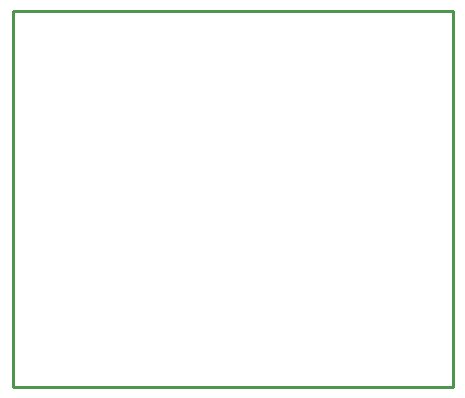
<source format=gbp>
G04*
G04 #@! TF.GenerationSoftware,Altium Limited,Altium Designer,23.6.0 (18)*
G04*
G04 Layer_Color=128*
%FSLAX43Y43*%
%MOMM*%
G71*
G04*
G04 #@! TF.SameCoordinates,DE928A5D-79D6-476A-9C63-AE76E7002A25*
G04*
G04*
G04 #@! TF.FilePolarity,Positive*
G04*
G01*
G75*
%ADD10C,0.254*%
D10*
X0Y0D02*
X37280D01*
X0Y31820D02*
X37280D01*
Y0D02*
Y31820D01*
X0Y0D02*
Y31820D01*
M02*

</source>
